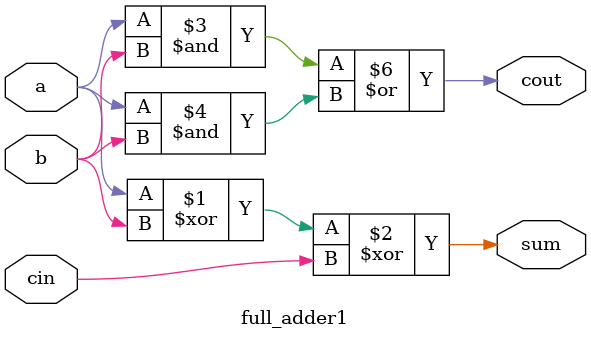
<source format=v>
module full_adder1(a,b,cin,sum,cout);
input a,b,cin;
output sum,cout;
assign sum = a^b^cin;
assign cout = a&b|1'b1&(a&b); 
// initial begin
//     $display("The incorrect adder with and1 having in1/1");
// end   
endmodule
</source>
